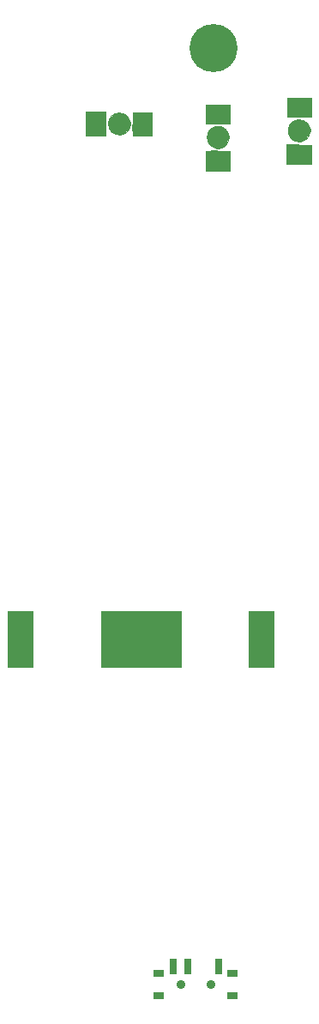
<source format=gbr>
%TF.GenerationSoftware,KiCad,Pcbnew,(6.0.0)*%
%TF.CreationDate,2022-03-29T21:49:48-05:00*%
%TF.ProjectId,R2,52322e6b-6963-4616-945f-706362585858,rev?*%
%TF.SameCoordinates,Original*%
%TF.FileFunction,Soldermask,Bot*%
%TF.FilePolarity,Negative*%
%FSLAX46Y46*%
G04 Gerber Fmt 4.6, Leading zero omitted, Abs format (unit mm)*
G04 Created by KiCad (PCBNEW (6.0.0)) date 2022-03-29 21:49:48*
%MOMM*%
%LPD*%
G01*
G04 APERTURE LIST*
%ADD10C,0.120000*%
%ADD11C,0.100000*%
%ADD12C,4.750000*%
%ADD13R,0.500000X0.700000*%
%ADD14R,0.700000X0.500000*%
%ADD15C,0.900000*%
%ADD16R,1.000000X0.800000*%
%ADD17R,0.700000X1.500000*%
%ADD18R,2.600000X5.560000*%
%ADD19R,8.000000X5.560000*%
G04 APERTURE END LIST*
D10*
%TO.C,D1*%
X142277631Y-63150000D02*
G75*
G03*
X142277631Y-63150000I-1077631J0D01*
G01*
D11*
X137923400Y-64318400D02*
X139828400Y-64318400D01*
X139828400Y-64318400D02*
X139853800Y-61930800D01*
X139853800Y-61930800D02*
X137923400Y-61930800D01*
X137923400Y-61930800D02*
X137923400Y-64318400D01*
G36*
X139828400Y-64318400D02*
G01*
X137923400Y-64318400D01*
X137923400Y-61930800D01*
X139853800Y-61930800D01*
X139828400Y-64318400D01*
G37*
X139828400Y-64318400D02*
X137923400Y-64318400D01*
X137923400Y-61930800D01*
X139853800Y-61930800D01*
X139828400Y-64318400D01*
X142571600Y-64318400D02*
X144425800Y-64318400D01*
X144425800Y-64318400D02*
X144425800Y-61981600D01*
X144425800Y-61981600D02*
X142571600Y-61981600D01*
X142571600Y-61981600D02*
X142571600Y-64318400D01*
G36*
X144425800Y-64318400D02*
G01*
X142571600Y-64318400D01*
X142571600Y-61981600D01*
X144425800Y-61981600D01*
X144425800Y-64318400D01*
G37*
X144425800Y-64318400D02*
X142571600Y-64318400D01*
X142571600Y-61981600D01*
X144425800Y-61981600D01*
X144425800Y-64318400D01*
X140819000Y-62134000D02*
X140565000Y-62261000D01*
X140565000Y-62261000D02*
X140311000Y-62515000D01*
X140311000Y-62515000D02*
X140184000Y-62769000D01*
X140184000Y-62769000D02*
X140122370Y-63150000D01*
X140122370Y-63150000D02*
X140184000Y-63531000D01*
X140184000Y-63531000D02*
X140438000Y-63912000D01*
X140438000Y-63912000D02*
X140692000Y-64039000D01*
X140692000Y-64039000D02*
X141200000Y-64227630D01*
X141200000Y-64227630D02*
X141581000Y-64166000D01*
X141581000Y-64166000D02*
X141962000Y-63912000D01*
X141962000Y-63912000D02*
X142216000Y-63531000D01*
X142216000Y-63531000D02*
X142277630Y-63150000D01*
X142277630Y-63150000D02*
X142216000Y-62769000D01*
X142216000Y-62769000D02*
X141962000Y-62388000D01*
X141962000Y-62388000D02*
X141581000Y-62134000D01*
X141581000Y-62134000D02*
X141200000Y-62072370D01*
X141200000Y-62072370D02*
X140819000Y-62134000D01*
G36*
X141581000Y-62134000D02*
G01*
X141962000Y-62388000D01*
X142216000Y-62769000D01*
X142277630Y-63150000D01*
X142216000Y-63531000D01*
X141962000Y-63912000D01*
X141581000Y-64166000D01*
X141200000Y-64227630D01*
X140692000Y-64039000D01*
X140438000Y-63912000D01*
X140184000Y-63531000D01*
X140122370Y-63150000D01*
X140184000Y-62769000D01*
X140311000Y-62515000D01*
X140565000Y-62261000D01*
X140819000Y-62134000D01*
X141200000Y-62072370D01*
X141581000Y-62134000D01*
G37*
X141581000Y-62134000D02*
X141962000Y-62388000D01*
X142216000Y-62769000D01*
X142277630Y-63150000D01*
X142216000Y-63531000D01*
X141962000Y-63912000D01*
X141581000Y-64166000D01*
X141200000Y-64227630D01*
X140692000Y-64039000D01*
X140438000Y-63912000D01*
X140184000Y-63531000D01*
X140122370Y-63150000D01*
X140184000Y-62769000D01*
X140311000Y-62515000D01*
X140565000Y-62261000D01*
X140819000Y-62134000D01*
X141200000Y-62072370D01*
X141581000Y-62134000D01*
D10*
%TO.C,D3*%
X160027631Y-63825000D02*
G75*
G03*
X160027631Y-63825000I-1077631J0D01*
G01*
D11*
X160118400Y-67101600D02*
X160118400Y-65196600D01*
X160118400Y-65196600D02*
X157730800Y-65171200D01*
X157730800Y-65171200D02*
X157730800Y-67101600D01*
X157730800Y-67101600D02*
X160118400Y-67101600D01*
G36*
X160118400Y-65196600D02*
G01*
X160118400Y-67101600D01*
X157730800Y-67101600D01*
X157730800Y-65171200D01*
X160118400Y-65196600D01*
G37*
X160118400Y-65196600D02*
X160118400Y-67101600D01*
X157730800Y-67101600D01*
X157730800Y-65171200D01*
X160118400Y-65196600D01*
X160118400Y-62453400D02*
X160118400Y-60599200D01*
X160118400Y-60599200D02*
X157781600Y-60599200D01*
X157781600Y-60599200D02*
X157781600Y-62453400D01*
X157781600Y-62453400D02*
X160118400Y-62453400D01*
G36*
X160118400Y-62453400D02*
G01*
X157781600Y-62453400D01*
X157781600Y-60599200D01*
X160118400Y-60599200D01*
X160118400Y-62453400D01*
G37*
X160118400Y-62453400D02*
X157781600Y-62453400D01*
X157781600Y-60599200D01*
X160118400Y-60599200D01*
X160118400Y-62453400D01*
X157934000Y-64206000D02*
X158061000Y-64460000D01*
X158061000Y-64460000D02*
X158315000Y-64714000D01*
X158315000Y-64714000D02*
X158569000Y-64841000D01*
X158569000Y-64841000D02*
X158950000Y-64902630D01*
X158950000Y-64902630D02*
X159331000Y-64841000D01*
X159331000Y-64841000D02*
X159712000Y-64587000D01*
X159712000Y-64587000D02*
X159839000Y-64333000D01*
X159839000Y-64333000D02*
X160027630Y-63825000D01*
X160027630Y-63825000D02*
X159966000Y-63444000D01*
X159966000Y-63444000D02*
X159712000Y-63063000D01*
X159712000Y-63063000D02*
X159331000Y-62809000D01*
X159331000Y-62809000D02*
X158950000Y-62747370D01*
X158950000Y-62747370D02*
X158569000Y-62809000D01*
X158569000Y-62809000D02*
X158188000Y-63063000D01*
X158188000Y-63063000D02*
X157934000Y-63444000D01*
X157934000Y-63444000D02*
X157872370Y-63825000D01*
X157872370Y-63825000D02*
X157934000Y-64206000D01*
G36*
X159331000Y-62809000D02*
G01*
X159712000Y-63063000D01*
X159966000Y-63444000D01*
X160027630Y-63825000D01*
X159839000Y-64333000D01*
X159712000Y-64587000D01*
X159331000Y-64841000D01*
X158950000Y-64902630D01*
X158569000Y-64841000D01*
X158315000Y-64714000D01*
X158061000Y-64460000D01*
X157934000Y-64206000D01*
X157872370Y-63825000D01*
X157934000Y-63444000D01*
X158188000Y-63063000D01*
X158569000Y-62809000D01*
X158950000Y-62747370D01*
X159331000Y-62809000D01*
G37*
X159331000Y-62809000D02*
X159712000Y-63063000D01*
X159966000Y-63444000D01*
X160027630Y-63825000D01*
X159839000Y-64333000D01*
X159712000Y-64587000D01*
X159331000Y-64841000D01*
X158950000Y-64902630D01*
X158569000Y-64841000D01*
X158315000Y-64714000D01*
X158061000Y-64460000D01*
X157934000Y-64206000D01*
X157872370Y-63825000D01*
X157934000Y-63444000D01*
X158188000Y-63063000D01*
X158569000Y-62809000D01*
X158950000Y-62747370D01*
X159331000Y-62809000D01*
D10*
%TO.C,D2*%
X152027631Y-64475000D02*
G75*
G03*
X152027631Y-64475000I-1077631J0D01*
G01*
D11*
X149934000Y-64856000D02*
X150061000Y-65110000D01*
X150061000Y-65110000D02*
X150315000Y-65364000D01*
X150315000Y-65364000D02*
X150569000Y-65491000D01*
X150569000Y-65491000D02*
X150950000Y-65552630D01*
X150950000Y-65552630D02*
X151331000Y-65491000D01*
X151331000Y-65491000D02*
X151712000Y-65237000D01*
X151712000Y-65237000D02*
X151839000Y-64983000D01*
X151839000Y-64983000D02*
X152027630Y-64475000D01*
X152027630Y-64475000D02*
X151966000Y-64094000D01*
X151966000Y-64094000D02*
X151712000Y-63713000D01*
X151712000Y-63713000D02*
X151331000Y-63459000D01*
X151331000Y-63459000D02*
X150950000Y-63397370D01*
X150950000Y-63397370D02*
X150569000Y-63459000D01*
X150569000Y-63459000D02*
X150188000Y-63713000D01*
X150188000Y-63713000D02*
X149934000Y-64094000D01*
X149934000Y-64094000D02*
X149872370Y-64475000D01*
X149872370Y-64475000D02*
X149934000Y-64856000D01*
G36*
X151331000Y-63459000D02*
G01*
X151712000Y-63713000D01*
X151966000Y-64094000D01*
X152027630Y-64475000D01*
X151839000Y-64983000D01*
X151712000Y-65237000D01*
X151331000Y-65491000D01*
X150950000Y-65552630D01*
X150569000Y-65491000D01*
X150315000Y-65364000D01*
X150061000Y-65110000D01*
X149934000Y-64856000D01*
X149872370Y-64475000D01*
X149934000Y-64094000D01*
X150188000Y-63713000D01*
X150569000Y-63459000D01*
X150950000Y-63397370D01*
X151331000Y-63459000D01*
G37*
X151331000Y-63459000D02*
X151712000Y-63713000D01*
X151966000Y-64094000D01*
X152027630Y-64475000D01*
X151839000Y-64983000D01*
X151712000Y-65237000D01*
X151331000Y-65491000D01*
X150950000Y-65552630D01*
X150569000Y-65491000D01*
X150315000Y-65364000D01*
X150061000Y-65110000D01*
X149934000Y-64856000D01*
X149872370Y-64475000D01*
X149934000Y-64094000D01*
X150188000Y-63713000D01*
X150569000Y-63459000D01*
X150950000Y-63397370D01*
X151331000Y-63459000D01*
X152118400Y-63103400D02*
X152118400Y-61249200D01*
X152118400Y-61249200D02*
X149781600Y-61249200D01*
X149781600Y-61249200D02*
X149781600Y-63103400D01*
X149781600Y-63103400D02*
X152118400Y-63103400D01*
G36*
X152118400Y-63103400D02*
G01*
X149781600Y-63103400D01*
X149781600Y-61249200D01*
X152118400Y-61249200D01*
X152118400Y-63103400D01*
G37*
X152118400Y-63103400D02*
X149781600Y-63103400D01*
X149781600Y-61249200D01*
X152118400Y-61249200D01*
X152118400Y-63103400D01*
X152118400Y-67751600D02*
X152118400Y-65846600D01*
X152118400Y-65846600D02*
X149730800Y-65821200D01*
X149730800Y-65821200D02*
X149730800Y-67751600D01*
X149730800Y-67751600D02*
X152118400Y-67751600D01*
G36*
X152118400Y-65846600D02*
G01*
X152118400Y-67751600D01*
X149730800Y-67751600D01*
X149730800Y-65821200D01*
X152118400Y-65846600D01*
G37*
X152118400Y-65846600D02*
X152118400Y-67751600D01*
X149730800Y-67751600D01*
X149730800Y-65821200D01*
X152118400Y-65846600D01*
%TD*%
D12*
%TO.C,REF\u002A\u002A*%
X150500000Y-55675000D03*
%TD*%
D13*
%TO.C,D1*%
X142750000Y-63525000D03*
X139650000Y-62775000D03*
%TD*%
D14*
%TO.C,D3*%
X158575000Y-65375000D03*
X159325000Y-62275000D03*
%TD*%
D15*
%TO.C,SW1*%
X150250000Y-148030000D03*
D16*
X145100000Y-149130000D03*
X152400000Y-149130000D03*
X145100000Y-146920000D03*
D15*
X147250000Y-148030000D03*
D16*
X152400000Y-146920000D03*
D17*
X151000000Y-146270000D03*
X148000000Y-146270000D03*
X146500000Y-146270000D03*
%TD*%
D14*
%TO.C,D2*%
X150575000Y-66025000D03*
X151325000Y-62925000D03*
%TD*%
D18*
%TO.C,BT1*%
X155280000Y-114025000D03*
X131470000Y-114025000D03*
D19*
X143375000Y-114025000D03*
%TD*%
M02*

</source>
